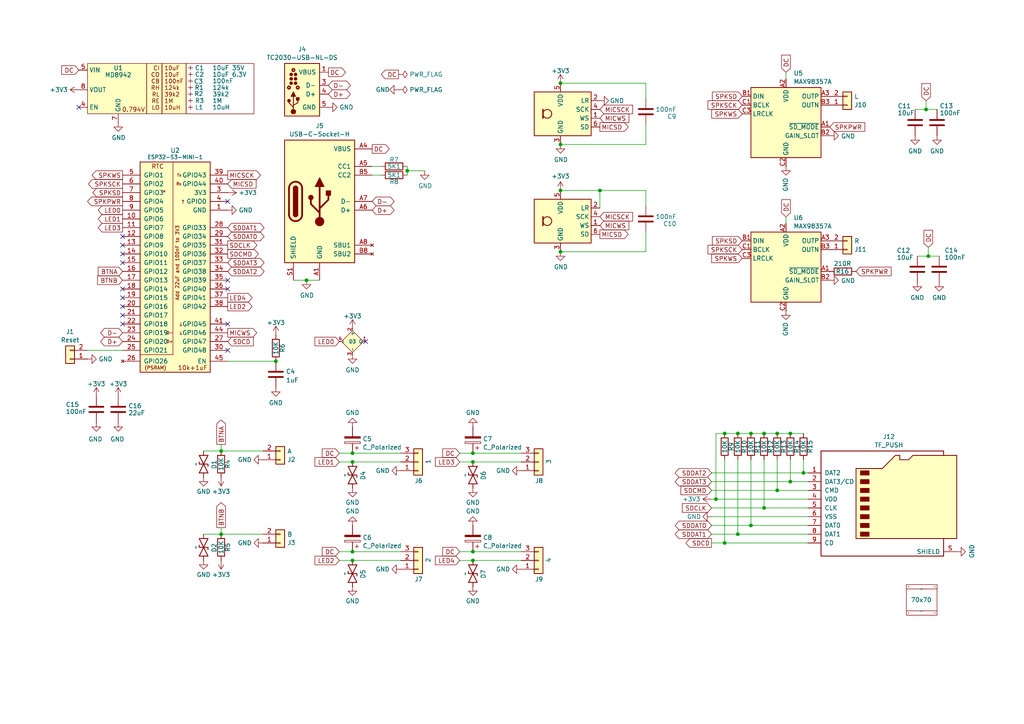
<source format=kicad_sch>
(kicad_sch (version 20241209) (generator "eeschema") (generator_version "9.0")
  (paper "A4")
  (title_block (title "IronMan Chest") (rev "1") (comment 1 "@TheRealRevK") (comment 2 "www.me.uk"))
  (junction (at 233.045 137.16))
  (junction (at 137.16 131.445))
  (junction (at 162.56 24.13))
  (junction (at 268.605 31.75))
  (junction (at 64.135 130.81))
  (junction (at 162.56 41.91))
  (junction (at 162.56 55.245))
  (junction (at 102.235 162.56))
  (junction (at 221.615 125.73))
  (junction (at 207.645 144.78))
  (junction (at 213.995 154.94))
  (junction (at 162.56 73.025))
  (junction (at 221.615 147.32))
  (junction (at 225.425 125.73))
  (junction (at 217.805 152.4))
  (junction (at 102.235 133.985))
  (junction (at 269.24 74.295))
  (junction (at 137.16 133.985))
  (junction (at 217.805 125.73))
  (junction (at 102.235 160.02))
  (junction (at 229.235 125.73))
  (junction (at 225.425 142.24))
  (junction (at 88.9 81.28))
  (junction (at 137.16 160.02))
  (junction (at 173.99 55.245))
  (junction (at 210.185 157.48))
  (junction (at 229.235 139.7))
  (junction (at 210.185 125.73))
  (junction (at 64.135 154.94))
  (junction (at 137.16 162.56))
  (junction (at 118.11 49.53))
  (junction (at 213.995 125.73))
  (junction (at 80.01 104.775))
  (junction (at 102.235 131.445))
  (no_connect (at 66.04 83.82))
  (no_connect (at 35.56 83.82))
  (no_connect (at 66.04 58.42))
  (no_connect (at 35.56 68.58))
  (no_connect (at 35.56 76.2))
  (no_connect (at 35.56 71.12))
  (no_connect (at 35.56 86.36))
  (no_connect (at 66.04 101.6))
  (no_connect (at 22.86 31.115))
  (no_connect (at 66.04 81.28))
  (no_connect (at 35.56 73.66))
  (no_connect (at 35.56 88.9))
  (no_connect (at 66.04 93.98))
  (no_connect (at 35.56 91.44))
  (no_connect (at 106.045 99.06))
  (no_connect (at 35.56 93.98))
  (wire (pts (xy 98.425 162.56) (xy 102.235 162.56)))
  (wire (pts (xy 213.995 125.73) (xy 217.805 125.73)))
  (wire (pts (xy 210.185 133.35) (xy 210.185 157.48)))
  (wire (pts (xy 76.2 154.94) (xy 64.135 154.94)))
  (wire (pts (xy 269.24 71.755) (xy 269.24 74.295)))
  (wire (pts (xy 221.615 133.35) (xy 221.615 147.32)))
  (wire (pts (xy 210.185 157.48) (xy 234.315 157.48)))
  (wire (pts (xy 229.235 139.7) (xy 234.315 139.7)))
  (wire (pts (xy 118.11 49.53) (xy 118.11 50.8)))
  (wire (pts (xy 102.235 131.445) (xy 116.205 131.445)))
  (wire (pts (xy 233.045 133.35) (xy 233.045 137.16)))
  (wire (pts (xy 59.055 154.94) (xy 64.135 154.94)))
  (wire (pts (xy 227.965 62.865) (xy 227.965 64.77)))
  (wire (pts (xy 133.35 133.985) (xy 137.16 133.985)))
  (wire (pts (xy 137.16 160.02) (xy 151.13 160.02)))
  (wire (pts (xy 266.065 74.295) (xy 269.24 74.295)))
  (wire (pts (xy 233.045 137.16) (xy 206.375 137.16)))
  (wire (pts (xy 187.325 24.13) (xy 187.325 28.575)))
  (wire (pts (xy 102.235 160.02) (xy 116.205 160.02)))
  (wire (pts (xy 206.375 152.4) (xy 217.805 152.4)))
  (wire (pts (xy 98.425 160.02) (xy 102.235 160.02)))
  (wire (pts (xy 173.99 55.245) (xy 187.325 55.245)))
  (wire (pts (xy 269.24 74.295) (xy 272.415 74.295)))
  (wire (pts (xy 162.56 41.91) (xy 187.325 41.91)))
  (wire (pts (xy 98.425 131.445) (xy 102.235 131.445)))
  (wire (pts (xy 133.35 131.445) (xy 137.16 131.445)))
  (wire (pts (xy 217.805 133.35) (xy 217.805 152.4)))
  (wire (pts (xy 268.605 31.75) (xy 271.78 31.75)))
  (wire (pts (xy 227.965 20.955) (xy 227.965 22.86)))
  (wire (pts (xy 213.995 125.73) (xy 210.185 125.73)))
  (wire (pts (xy 206.375 149.86) (xy 234.315 149.86)))
  (wire (pts (xy 137.16 133.985) (xy 151.13 133.985)))
  (wire (pts (xy 162.56 55.245) (xy 173.99 55.245)))
  (wire (pts (xy 207.645 125.73) (xy 207.645 144.78)))
  (wire (pts (xy 225.425 125.73) (xy 229.235 125.73)))
  (wire (pts (xy 85.09 81.28) (xy 88.9 81.28)))
  (wire (pts (xy 137.16 162.56) (xy 151.13 162.56)))
  (wire (pts (xy 133.35 160.02) (xy 137.16 160.02)))
  (wire (pts (xy 206.375 139.7) (xy 229.235 139.7)))
  (wire (pts (xy 229.235 133.35) (xy 229.235 139.7)))
  (wire (pts (xy 265.43 31.75) (xy 268.605 31.75)))
  (wire (pts (xy 123.19 49.53) (xy 118.11 49.53)))
  (wire (pts (xy 225.425 142.24) (xy 234.315 142.24)))
  (wire (pts (xy 162.56 24.13) (xy 187.325 24.13)))
  (wire (pts (xy 268.605 29.21) (xy 268.605 31.75)))
  (wire (pts (xy 25.4 101.6) (xy 35.56 101.6)))
  (wire (pts (xy 64.135 128.905) (xy 64.135 130.81)))
  (wire (pts (xy 210.185 125.73) (xy 207.645 125.73)))
  (wire (pts (xy 187.325 55.245) (xy 187.325 59.69)))
  (wire (pts (xy 213.995 133.35) (xy 213.995 154.94)))
  (wire (pts (xy 221.615 147.32) (xy 234.315 147.32)))
  (wire (pts (xy 233.045 137.16) (xy 234.315 137.16)))
  (wire (pts (xy 118.11 48.26) (xy 118.11 49.53)))
  (wire (pts (xy 137.16 131.445) (xy 151.13 131.445)))
  (wire (pts (xy 206.375 144.78) (xy 207.645 144.78)))
  (wire (pts (xy 64.135 153.035) (xy 64.135 154.94)))
  (wire (pts (xy 173.99 55.245) (xy 173.99 60.325)))
  (wire (pts (xy 217.805 125.73) (xy 221.615 125.73)))
  (wire (pts (xy 133.35 162.56) (xy 137.16 162.56)))
  (wire (pts (xy 206.375 147.32) (xy 221.615 147.32)))
  (wire (pts (xy 217.805 152.4) (xy 234.315 152.4)))
  (wire (pts (xy 229.235 125.73) (xy 233.045 125.73)))
  (wire (pts (xy 162.56 73.025) (xy 187.325 73.025)))
  (wire (pts (xy 107.95 48.26) (xy 110.49 48.26)))
  (wire (pts (xy 92.71 81.28) (xy 88.9 81.28)))
  (wire (pts (xy 107.95 50.8) (xy 110.49 50.8)))
  (wire (pts (xy 206.375 142.24) (xy 225.425 142.24)))
  (wire (pts (xy 225.425 133.35) (xy 225.425 142.24)))
  (wire (pts (xy 102.235 133.985) (xy 116.205 133.985)))
  (wire (pts (xy 206.375 157.48) (xy 210.185 157.48)))
  (wire (pts (xy 221.615 125.73) (xy 225.425 125.73)))
  (wire (pts (xy 187.325 41.91) (xy 187.325 36.195)))
  (wire (pts (xy 213.995 154.94) (xy 234.315 154.94)))
  (wire (pts (xy 102.235 162.56) (xy 116.205 162.56)))
  (wire (pts (xy 206.375 154.94) (xy 213.995 154.94)))
  (wire (pts (xy 59.055 130.81) (xy 64.135 130.81)))
  (wire (pts (xy 66.04 104.775) (xy 80.01 104.775)))
  (wire (pts (xy 187.325 73.025) (xy 187.325 67.31)))
  (wire (pts (xy 207.645 144.78) (xy 234.315 144.78)))
  (wire (pts (xy 98.425 133.985) (xy 102.235 133.985)))
  (wire (pts (xy 76.2 130.81) (xy 64.135 130.81)))
  (global_label "DC" (shape input) (at 227.965 20.955 90) (property "Intersheetrefs" "${INTERSHEET_REFS}" (effects (hide yes))))
  (global_label "SDCMD" (shape output) (at 66.04 73.66 0) (property "Intersheetrefs" "${INTERSHEET_REFS}" (effects (hide yes))))
  (global_label "LED0" (shape input) (at 98.425 99.06 180) (property "Intersheetrefs" "${INTERSHEET_REFS}" (effects (hide yes))))
  (global_label "MICSCK" (shape input) (at 173.99 62.865 0) (property "Intersheetrefs" "${INTERSHEET_REFS}" (effects (hide yes))))
  (global_label "D+" (shape bidirectional) (at 95.25 27.305 0) (property "Intersheetrefs" "${INTERSHEET_REFS}" (effects (hide yes))))
  (global_label "MICSD" (shape output) (at 173.99 36.83 0) (property "Intersheetrefs" "${INTERSHEET_REFS}" (effects (hide yes))))
  (global_label "DC" (shape input) (at 98.425 131.445 180) (property "Intersheetrefs" "${INTERSHEET_REFS}" (effects (hide yes))))
  (global_label "SDDAT1" (shape bidirectional) (at 66.04 66.04 0) (property "Intersheetrefs" "${INTERSHEET_REFS}" (effects (hide yes))))
  (global_label "LED3" (shape output) (at 35.56 66.04 180) (property "Intersheetrefs" "${INTERSHEET_REFS}" (effects (hide yes))))
  (global_label "SDDAT3" (shape bidirectional) (at 66.04 76.2 0) (property "Intersheetrefs" "${INTERSHEET_REFS}" (effects (hide yes))))
  (global_label "SPKSD" (shape input) (at 215.265 27.94 180) (property "Intersheetrefs" "${INTERSHEET_REFS}" (effects (hide yes))))
  (global_label "SDDAT0" (shape bidirectional) (at 66.04 68.58 0) (property "Intersheetrefs" "${INTERSHEET_REFS}" (effects (hide yes))))
  (global_label "D+" (shape bidirectional) (at 35.56 99.06 180) (property "Intersheetrefs" "${INTERSHEET_REFS}" (effects (hide yes))))
  (global_label "MICWS" (shape input) (at 173.99 34.29 0) (property "Intersheetrefs" "${INTERSHEET_REFS}" (effects (hide yes))))
  (global_label "LED2" (shape output) (at 66.04 88.9 0) (property "Intersheetrefs" "${INTERSHEET_REFS}" (effects (hide yes))))
  (global_label "LED4" (shape input) (at 133.35 162.56 180) (property "Intersheetrefs" "${INTERSHEET_REFS}" (effects (hide yes))))
  (global_label "MICSCK" (shape output) (at 66.04 50.8 0) (property "Intersheetrefs" "${INTERSHEET_REFS}" (effects (hide yes))))
  (global_label "BTNA" (shape input) (at 35.56 78.74 180) (property "Intersheetrefs" "${INTERSHEET_REFS}" (effects (hide yes))))
  (global_label "DC" (shape input) (at 227.965 62.865 90) (property "Intersheetrefs" "${INTERSHEET_REFS}" (effects (hide yes))))
  (global_label "DC" (shape output) (at 95.25 20.955 0) (property "Intersheetrefs" "${INTERSHEET_REFS}" (effects (hide yes))))
  (global_label "SDCMD" (shape input) (at 206.375 142.24 180) (property "Intersheetrefs" "${INTERSHEET_REFS}" (effects (hide yes))))
  (global_label "SPKWS" (shape input) (at 215.265 74.93 180) (property "Intersheetrefs" "${INTERSHEET_REFS}" (effects (hide yes))))
  (global_label "SPKPWR" (shape input) (at 248.285 78.74 0) (property "Intersheetrefs" "${INTERSHEET_REFS}" (effects (hide yes))))
  (global_label "SPKWS" (shape input) (at 215.265 33.02 180) (property "Intersheetrefs" "${INTERSHEET_REFS}" (effects (hide yes))))
  (global_label "SPKSD" (shape output) (at 35.56 55.88 180) (property "Intersheetrefs" "${INTERSHEET_REFS}" (effects (hide yes))))
  (global_label "DC" (shape output) (at 107.95 43.18 0) (property "Intersheetrefs" "${INTERSHEET_REFS}" (effects (hide yes))))
  (global_label "SPKSCK" (shape output) (at 35.56 53.34 180) (property "Intersheetrefs" "${INTERSHEET_REFS}" (effects (hide yes))))
  (global_label "SDDAT1" (shape bidirectional) (at 206.375 154.94 180) (property "Intersheetrefs" "${INTERSHEET_REFS}" (effects (hide yes))))
  (global_label "LED0" (shape output) (at 35.56 60.96 180) (property "Intersheetrefs" "${INTERSHEET_REFS}" (effects (hide yes))))
  (global_label "SDDAT0" (shape bidirectional) (at 206.375 152.4 180) (property "Intersheetrefs" "${INTERSHEET_REFS}" (effects (hide yes))))
  (global_label "BTNB" (shape input) (at 35.56 81.28 180) (property "Intersheetrefs" "${INTERSHEET_REFS}" (effects (hide yes))))
  (global_label "DC" (shape input) (at 133.35 160.02 180) (property "Intersheetrefs" "${INTERSHEET_REFS}" (effects (hide yes))))
  (global_label "D-" (shape bidirectional) (at 95.25 24.765 0) (property "Intersheetrefs" "${INTERSHEET_REFS}" (effects (hide yes))))
  (global_label "DC" (shape input) (at 22.86 20.32 180) (property "Intersheetrefs" "${INTERSHEET_REFS}" (effects (hide yes))))
  (global_label "LED1" (shape input) (at 98.425 133.985 180) (property "Intersheetrefs" "${INTERSHEET_REFS}" (effects (hide yes))))
  (global_label "DC" (shape input) (at 269.24 71.755 90) (property "Intersheetrefs" "${INTERSHEET_REFS}" (effects (hide yes))))
  (global_label "SDCD" (shape output) (at 206.375 157.48 180) (property "Intersheetrefs" "${INTERSHEET_REFS}" (effects (hide yes))))
  (global_label "D-" (shape bidirectional) (at 107.95 58.42 0) (property "Intersheetrefs" "${INTERSHEET_REFS}" (effects (hide yes))))
  (global_label "DC" (shape output) (at 115.57 21.59 180) (property "Intersheetrefs" "${INTERSHEET_REFS}" (effects (hide yes))))
  (global_label "LED2" (shape input) (at 98.425 162.56 180) (property "Intersheetrefs" "${INTERSHEET_REFS}" (effects (hide yes))))
  (global_label "DC" (shape input) (at 133.35 131.445 180) (property "Intersheetrefs" "${INTERSHEET_REFS}" (effects (hide yes))))
  (global_label "D+" (shape bidirectional) (at 107.95 60.96 0) (property "Intersheetrefs" "${INTERSHEET_REFS}" (effects (hide yes))))
  (global_label "DC" (shape input) (at 268.605 29.21 90) (property "Intersheetrefs" "${INTERSHEET_REFS}" (effects (hide yes))))
  (global_label "SPKPWR" (shape output) (at 35.56 58.42 180) (property "Intersheetrefs" "${INTERSHEET_REFS}" (effects (hide yes))))
  (global_label "MICSD" (shape input) (at 66.04 53.34 0) (property "Intersheetrefs" "${INTERSHEET_REFS}" (effects (hide yes))))
  (global_label "MICWS" (shape output) (at 66.04 96.52 0) (property "Intersheetrefs" "${INTERSHEET_REFS}" (effects (hide yes))))
  (global_label "SDDAT2" (shape bidirectional) (at 66.04 78.74 0) (property "Intersheetrefs" "${INTERSHEET_REFS}" (effects (hide yes))))
  (global_label "BTNA" (shape output) (at 64.135 128.905 90) (property "Intersheetrefs" "${INTERSHEET_REFS}" (effects (hide yes))))
  (global_label "SDDAT2" (shape bidirectional) (at 206.375 137.16 180) (property "Intersheetrefs" "${INTERSHEET_REFS}" (effects (hide yes))))
  (global_label "LED1" (shape output) (at 35.56 63.5 180) (property "Intersheetrefs" "${INTERSHEET_REFS}" (effects (hide yes))))
  (global_label "LED4" (shape output) (at 66.04 86.36 0) (property "Intersheetrefs" "${INTERSHEET_REFS}" (effects (hide yes))))
  (global_label "D-" (shape bidirectional) (at 35.56 96.52 180) (property "Intersheetrefs" "${INTERSHEET_REFS}" (effects (hide yes))))
  (global_label "LED3" (shape input) (at 133.35 133.985 180) (property "Intersheetrefs" "${INTERSHEET_REFS}" (effects (hide yes))))
  (global_label "SPKSCK" (shape input) (at 215.265 72.39 180) (property "Intersheetrefs" "${INTERSHEET_REFS}" (effects (hide yes))))
  (global_label "SDCLK" (shape output) (at 66.04 71.12 0) (property "Intersheetrefs" "${INTERSHEET_REFS}" (effects (hide yes))))
  (global_label "MICSD" (shape output) (at 173.99 67.945 0) (property "Intersheetrefs" "${INTERSHEET_REFS}" (effects (hide yes))))
  (global_label "DC" (shape input) (at 98.425 160.02 180) (property "Intersheetrefs" "${INTERSHEET_REFS}" (effects (hide yes))))
  (global_label "BTNB" (shape output) (at 64.135 153.035 90) (property "Intersheetrefs" "${INTERSHEET_REFS}" (effects (hide yes))))
  (global_label "SPKSD" (shape input) (at 215.265 69.85 180) (property "Intersheetrefs" "${INTERSHEET_REFS}" (effects (hide yes))))
  (global_label "SDCD" (shape input) (at 66.04 99.06 0) (property "Intersheetrefs" "${INTERSHEET_REFS}" (effects (hide yes))))
  (global_label "MICSCK" (shape input) (at 173.99 31.75 0) (property "Intersheetrefs" "${INTERSHEET_REFS}" (effects (hide yes))))
  (global_label "MICWS" (shape input) (at 173.99 65.405 0) (property "Intersheetrefs" "${INTERSHEET_REFS}" (effects (hide yes))))
  (global_label "SPKWS" (shape output) (at 35.56 50.8 180) (property "Intersheetrefs" "${INTERSHEET_REFS}" (effects (hide yes))))
  (global_label "SDDAT3" (shape bidirectional) (at 206.375 139.7 180) (property "Intersheetrefs" "${INTERSHEET_REFS}" (effects (hide yes))))
  (global_label "SDCLK" (shape input) (at 206.375 147.32 180) (property "Intersheetrefs" "${INTERSHEET_REFS}" (effects (hide yes))))
  (global_label "SPKPWR" (shape input) (at 240.665 36.83 0) (property "Intersheetrefs" "${INTERSHEET_REFS}" (effects (hide yes))))
  (global_label "SPKSCK" (shape input) (at 215.265 30.48 180) (property "Intersheetrefs" "${INTERSHEET_REFS}" (effects (hide yes))))
  (symbol (lib_id "Device:R") (at 114.3 48.26 90) (unit 1)
    (property "Reference" "R7" (at 114.3 46.355 90))
    (property "Value" "5K1" (at 114.3 48.26 90))
    (property "Footprint" "RevK:R_0402" (effects (hide yes)))
    (property "Description" "Resistor" (effects (hide yes)))
  )
  (symbol (lib_id "power:GND") (at 123.19 49.53 0) (unit 1)
    (property "Reference" "#PWR019" (effects (hide yes)))
    (property "Value" "GND" (at 123.317 53.9242 0))
    (property "Description" "Power symbol creates a global label with name \"GND\" , ground" (effects (hide yes)))
  )
  (symbol (lib_id "power:GND") (at 88.9 81.28 0) (unit 1)
    (property "Reference" "#PWR014" (effects (hide yes)))
    (property "Value" "GND" (at 89.027 85.6742 0))
    (property "Description" "Power symbol creates a global label with name \"GND\" , ground" (effects (hide yes)))
  )
  (symbol (lib_id "Device:R") (at 114.3 50.8 270) (unit 1)
    (property "Reference" "R8" (at 114.3 52.705 90))
    (property "Value" "5K1" (at 114.3 50.8 90))
    (property "Footprint" "RevK:R_0402" (effects (hide yes)))
    (property "Description" "Resistor" (effects (hide yes)))
  )
  (symbol (lib_id "power:PWR_FLAG") (at 115.57 21.59 270) (unit 1)
    (property "Reference" "#FLG01" (effects (hide yes)))
    (property "Value" "PWR_FLAG" (at 118.745 21.59 90) (effects (justify left)))
    (property "Description" "Special symbol for telling ERC where power comes from" (effects (hide yes)))
  )
  (symbol (lib_id "power:PWR_FLAG") (at 115.57 26.035 270) (unit 1)
    (property "Reference" "#FLG02" (effects (hide yes)))
    (property "Value" "PWR_FLAG" (at 118.745 26.035 90) (effects (justify left)))
    (property "Description" "Special symbol for telling ERC where power comes from" (effects (hide yes)))
  )
  (symbol (lib_id "RevK:Hidden") (at 55.245 19.685 0) (unit 1)
    (property "Reference" "C1" (at 56.515 19.685 0) (effects (justify left)))
    (property "Value" "10uF 35V" (at 61.595 19.685 0) (effects (justify left)))
    (property "Footprint" "RevK:C_0603_" (effects (hide yes)))
    (property "MPN" "C194427" (effects (hide yes)))
  )
  (symbol (lib_id "power:+3.3V") (at 64.135 138.43 180) (unit 1)
    (property "Reference" "#PWR06" (effects (hide yes)))
    (property "Value" "+3V3" (at 64.135 142.5631 0))
    (property "Description" "Power symbol creates a global label with name \"+3.3V\"" (effects (hide yes)))
  )
  (symbol (lib_id "RevK:Hidden") (at 55.245 23.495 90) (unit 1)
    (property "Reference" "C3" (at 58.928 23.622 90) (effects (justify left)))
    (property "Value" "100nF" (at 61.595 23.495 90) (effects (justify right)))
    (property "Footprint" "RevK:C_0603_" (effects (hide yes)))
  )
  (symbol (lib_id "power:GND") (at 151.13 136.525 270) (unit 1)
    (property "Reference" "#PWR035" (effects (hide yes)))
    (property "Value" "GND" (at 147.9551 136.525 90) (effects (justify right)))
    (property "Description" "Power symbol creates a global label with name \"GND\" , ground" (effects (hide yes)))
  )
  (symbol (lib_id "RevK:Hidden") (at 55.245 29.21 0) (unit 1)
    (property "Reference" "R3" (at 56.515 29.21 0) (effects (justify left)))
    (property "Value" "1M" (at 61.595 29.21 0) (effects (justify left)))
    (property "Footprint" "RevK:R_0402_" (effects (hide yes)))
  )
  (symbol (lib_id "power:GND") (at 102.235 141.605 0) (unit 1)
    (property "Reference" "#PWR021" (effects (hide yes)))
    (property "Value" "GND" (at 102.235 145.7381 0))
    (property "Description" "Power symbol creates a global label with name \"GND\" , ground" (effects (hide yes)))
  )
  (symbol (lib_id "power:GND") (at 80.01 112.395 0) (unit 1)
    (property "Reference" "#PWR013" (effects (hide yes)))
    (property "Value" "GND" (at 80.01 116.8384 0))
    (property "Description" "Power symbol creates a global label with name \"GND\" , ground" (effects (hide yes)))
  )
  (symbol (lib_id "Device:C_Polarized") (at 137.16 156.21 180) (unit 1)
    (property "Reference" "C8" (at 140.081 155.8869 0) (effects (justify right)))
    (property "Value" "C_Polarized" (at 140.081 158.3111 0) (effects (justify right)))
    (property "Footprint" "RevK:CP_EIA-7343-31_Kemet-D" (effects (hide yes)))
    (property "Description" "Polarized capacitor" (effects (hide yes)))
    (property "MPN" "C106188" (effects (hide yes)))
  )
  (symbol (lib_id "RevK:ES05D1MC10") (at 102.235 137.795 90) (unit 1)
    (property "Reference" "D4" (at 105.283 137.922 0))
    (property "Value" "~" (at 99.9879 137.795 0))
    (property "Footprint" "RevK:DFN1006-2L" (effects (hide yes)))
    (property "MPN" "C5137770" (effects (hide yes)))
    (property "MPN" "C5137770" (effects (hide yes)))
  )
  (symbol (lib_id "RevK:Hidden") (at 55.245 25.4 0) (unit 1)
    (property "Reference" "R1" (at 57.785 25.4 0))
    (property "Value" "124k" (at 61.595 25.4 0) (effects (justify left)))
    (property "Footprint" "RevK:R_0402_" (effects (hide yes)))
  )
  (symbol (lib_id "power:GND") (at 102.235 102.87 0) (unit 1)
    (property "Reference" "#PWR017" (effects (hide yes)))
    (property "Value" "GND" (at 102.235 107.3134 0))
    (property "Description" "Power symbol creates a global label with name \"GND\" , ground" (effects (hide yes)))
  )
  (symbol (lib_id "power:+3.3V") (at 162.56 55.245 0) (unit 1)
    (property "Reference" "#PWR028" (effects (hide yes)))
    (property "Value" "+3V3" (at 162.56 51.1119 0))
    (property "Description" "Power symbol creates a global label with name \"+3.3V\"" (effects (hide yes)))
  )
  (symbol (lib_id "Device:R") (at 210.185 129.54 0) (unit 1)
    (property "Reference" "R9" (at 212.09 129.54 90))
    (property "Value" "10K" (at 210.185 129.54 90))
    (property "Footprint" "RevK:R_0402" (effects (hide yes)))
    (property "Description" "Resistor" (effects (hide yes)))
  )
  (symbol (lib_id "Device:R") (at 213.995 129.54 0) (unit 1)
    (property "Reference" "R10" (at 215.9 129.54 90))
    (property "Value" "10K" (at 213.995 129.54 90))
    (property "Footprint" "RevK:R_0402" (effects (hide yes)))
    (property "Description" "Resistor" (effects (hide yes)))
  )
  (symbol (lib_id "power:GND") (at 137.16 141.605 0) (unit 1)
    (property "Reference" "#PWR031" (effects (hide yes)))
    (property "Value" "GND" (at 137.16 145.7381 0))
    (property "Description" "Power symbol creates a global label with name \"GND\" , ground" (effects (hide yes)))
  )
  (symbol (lib_id "Device:C") (at 187.325 63.5 180) (unit 1)
    (property "Reference" "C10" (at 196.215 64.913 0) (effects (justify left)))
    (property "Value" "100nF" (at 196.215 62.865 0) (effects (justify left)))
    (property "Footprint" "RevK:C_0402" (effects (hide yes)))
    (property "Description" "Unpolarized capacitor" (effects (hide yes)))
  )
  (symbol (lib_id "RevK:ESP32-S3-MINI-1-N4R2") (at 50.8 77.47 0) (unit 1)
    (property "Reference" "U2" (at 50.8 43.6332 0))
    (property "Value" "ESP32-S3-MINI-1" (at 50.8 45.5696 0) (effects (font (size 1.1 1.1))))
    (property "Footprint" "RevK:ESP32-S3-MINI-1" (effects (hide yes)))
    (property "Datasheet" "https://www.espressif.com/sites/default/files/documentation/esp32-s3-mini-1_mini-1u_datasheet_en.pdf" (effects (hide yes)))
    (property "Description" "ESP32S3" (effects (hide yes)))
    (property "MPN" "C3013941" (effects (hide yes)))
  )
  (symbol (lib_id "Device:C") (at 272.415 78.105 0) (unit 1)
    (property "Reference" "C14" (at 273.939 72.628 0) (effects (justify left)))
    (property "Value" "100nF" (at 273.939 74.676 0) (effects (justify left)))
    (property "Footprint" "RevK:C_0402" (effects (hide yes)))
    (property "Description" "Unpolarized capacitor" (effects (hide yes)))
  )
  (symbol (lib_id "power:GND") (at 277.495 160.02 90) (unit 1)
    (property "Reference" "#PWR053" (effects (hide yes)))
    (property "Value" "GND" (at 281.8892 159.893 0))
    (property "Description" "Power symbol creates a global label with name \"GND\" , ground" (effects (hide yes)))
  )
  (symbol (lib_id "power:GND") (at 227.965 90.17 0) (mirror y) (unit 1)
    (property "Reference" "#PWR042" (effects (hide yes)))
    (property "Value" "GND" (at 227.838 93.4212 90) (effects (justify right)))
    (property "Description" "Power symbol creates a global label with name \"GND\" , ground" (effects (hide yes)))
  )
  (symbol (lib_id "power:+3.3V") (at 66.04 55.88 270) (unit 1)
    (property "Reference" "#PWR08" (effects (hide yes)))
    (property "Value" "+3V3" (at 69.215 55.88 90) (effects (justify left)))
    (property "Description" "Power symbol creates a global label with name \"+3.3V\"" (effects (hide yes)))
  )
  (symbol (lib_id "power:GND") (at 34.29 35.56 0) (unit 1)
    (property "Reference" "#PWR03" (effects (hide yes)))
    (property "Value" "GND" (at 34.417 39.9542 0))
    (property "Description" "Power symbol creates a global label with name \"GND\" , ground" (effects (hide yes)))
  )
  (symbol (lib_id "power:+3.3V") (at 80.01 97.155 0) (unit 1)
    (property "Reference" "#PWR012" (effects (hide yes)))
    (property "Value" "+3V3" (at 80.01 93.5792 0))
    (property "Description" "Power symbol creates a global label with name \"+3.3V\"" (effects (hide yes)))
  )
  (symbol (lib_id "power:GND") (at 151.13 165.1 270) (unit 1)
    (property "Reference" "#PWR036" (effects (hide yes)))
    (property "Value" "GND" (at 147.9551 165.1 90) (effects (justify right)))
    (property "Description" "Power symbol creates a global label with name \"GND\" , ground" (effects (hide yes)))
  )
  (symbol (lib_id "Device:R") (at 233.045 129.54 0) (unit 1)
    (property "Reference" "R15" (at 234.95 129.54 90))
    (property "Value" "10K" (at 233.045 129.54 90))
    (property "Footprint" "RevK:R_0402" (effects (hide yes)))
    (property "Description" "Resistor" (effects (hide yes)))
  )
  (symbol (lib_id "power:GND") (at 76.2 157.48 270) (unit 1)
    (property "Reference" "#PWR011" (effects (hide yes)))
    (property "Value" "GND" (at 73.0251 157.48 90) (effects (justify right)))
    (property "Description" "Power symbol creates a global label with name \"GND\" , ground" (effects (hide yes)))
  )
  (symbol (lib_id "power:GND") (at 137.16 170.18 0) (unit 1)
    (property "Reference" "#PWR033" (effects (hide yes)))
    (property "Value" "GND" (at 137.16 174.3131 0))
    (property "Description" "Power symbol creates a global label with name \"GND\" , ground" (effects (hide yes)))
  )
  (symbol (lib_id "Device:C") (at 265.43 35.56 0) (unit 1)
    (property "Reference" "C11" (at 260.35 30.734 0) (effects (justify left)))
    (property "Value" "10uF" (at 260.35 32.766 0) (effects (justify left)))
    (property "Footprint" "RevK:C_0402" (effects (hide yes)))
    (property "Description" "Unpolarized capacitor" (effects (hide yes)))
    (property "MPN" "C15525" (effects (hide yes)))
  )
  (symbol (lib_id "Connector_Generic:Conn_01x02") (at 20.32 104.14 180) (unit 1) (in_bom no)
    (property "Reference" "J1" (at 20.32 96.1855 0))
    (property "Value" "Reset" (at 20.32 98.6098 0))
    (property "Footprint" "RevK:AA-Pad" (effects (hide yes)))
    (property "Description" "Generic connector, single row, 01x02, script generated (kicad-library-utils/schlib/autogen/connector/)" (effects (hide yes)))
  )
  (symbol (lib_id "power:GND") (at 240.665 81.28 90) (mirror x) (unit 1)
    (property "Reference" "#PWR044" (effects (hide yes)))
    (property "Value" "GND" (at 243.9162 81.407 90) (effects (justify right)))
    (property "Description" "Power symbol creates a global label with name \"GND\" , ground" (effects (hide yes)))
  )
  (symbol (lib_id "Device:R") (at 64.135 158.75 0) (unit 1)
    (property "Reference" "R5" (at 66.04 158.75 90))
    (property "Value" "10K" (at 64.135 158.75 90))
    (property "Footprint" "RevK:R_0402" (effects (hide yes)))
    (property "Description" "Resistor" (effects (hide yes)))
  )
  (symbol (lib_id "power:GND") (at 137.16 123.825 180) (unit 1)
    (property "Reference" "#PWR030" (effects (hide yes)))
    (property "Value" "GND" (at 137.16 119.6919 0))
    (property "Description" "Power symbol creates a global label with name \"GND\" , ground" (effects (hide yes)))
  )
  (symbol (lib_id "Connector_Generic:Conn_01x02") (at 81.28 133.35 0) (mirror x) (unit 1)
    (property "Reference" "J2" (at 83.312 133.2922 0) (effects (justify left)))
    (property "Value" "A" (at 83.312 130.8679 0) (effects (justify left)))
    (property "Footprint" "RevK:WAGO-2060-452-998-404" (effects (hide yes)))
    (property "Description" "Generic connector, single row, 01x02, script generated (kicad-library-utils/schlib/autogen/connector/)" (effects (hide yes)))
    (property "MPN" "C2765055" (effects (hide yes)))
  )
  (symbol (lib_id "power:+3.3V") (at 34.29 114.935 0) (unit 1)
    (property "Reference" "#PWR054" (effects (hide yes)))
    (property "Value" "+3V3" (at 34.29 111.3592 0))
    (property "Description" "Power symbol creates a global label with name \"+3.3V\"" (effects (hide yes)))
  )
  (symbol (lib_id "power:GND") (at 59.055 162.56 0) (unit 1)
    (property "Reference" "#PWR05" (effects (hide yes)))
    (property "Value" "GND" (at 59.055 166.6931 0))
    (property "Description" "Power symbol creates a global label with name \"GND\" , ground" (effects (hide yes)))
  )
  (symbol (lib_id "RevK:ICS43434_MEMS_Mic") (at 162.56 64.135 0) (unit 1)
    (property "Reference" "U4" (effects (hide yes)))
    (property "Value" "R" (effects (hide yes)))
    (property "Footprint" "RevK:ICS43434_MEMS_Mic" (effects (hide yes)))
    (property "Datasheet" "https://www.lcsc.com/datasheet/lcsc_datasheet_2312010321_TDK-InvenSense-ICS-43434_C5656610.pdf" (effects (hide yes)))
    (property "Description" "I2S Microphone" (effects (hide yes)))
    (property "MPN" "C5656610" (effects (hide yes)))
  )
  (symbol (lib_id "power:GND") (at 227.965 48.26 0) (mirror y) (unit 1)
    (property "Reference" "#PWR040" (effects (hide yes)))
    (property "Value" "GND" (at 227.838 51.5112 90) (effects (justify right)))
    (property "Description" "Power symbol creates a global label with name \"GND\" , ground" (effects (hide yes)))
  )
  (symbol (lib_id "RevK:ICS43434_MEMS_Mic") (at 162.56 33.02 0) (unit 1)
    (property "Reference" "U3" (effects (hide yes)))
    (property "Value" "L" (effects (hide yes)))
    (property "Footprint" "RevK:ICS43434_MEMS_Mic" (effects (hide yes)))
    (property "Datasheet" "https://www.lcsc.com/datasheet/lcsc_datasheet_2312010321_TDK-InvenSense-ICS-43434_C5656610.pdf" (effects (hide yes)))
    (property "Description" "I2S Microphone" (effects (hide yes)))
    (property "MPN" "C5656610" (effects (hide yes)))
  )
  (symbol (lib_id "RevK:ES05D1MC10") (at 137.16 166.37 90) (unit 1)
    (property "Reference" "D7" (at 140.208 166.497 0))
    (property "Value" "~" (at 134.9129 166.37 0))
    (property "Footprint" "RevK:DFN1006-2L" (effects (hide yes)))
    (property "MPN" "C5137770" (effects (hide yes)))
    (property "MPN" "C5137770" (effects (hide yes)))
  )
  (symbol (lib_id "RevK:TC2030-USB-NL") (at 87.63 26.035 0) (unit 1) (in_bom no)
    (property "Reference" "J4" (at 87.63 14.2705 0))
    (property "Value" "TC2030-USB-NL-DS" (at 87.63 16.6948 0))
    (property "Footprint" "RevK:Tag-Connect_TC2030-IDC-NL_2x03_P1.27mm_Vertical" (effects (hide yes)))
    (property "Description" "TC2030-USB-NL" (effects (hide yes)))
  )
  (symbol (lib_id "RevK:ES05D1MC10") (at 59.055 158.75 90) (unit 1)
    (property "Reference" "D2" (at 62.103 158.877 0))
    (property "Value" "~" (at 56.8079 158.75 0))
    (property "Footprint" "RevK:DFN1006-2L" (effects (hide yes)))
    (property "MPN" "C5137770" (effects (hide yes)))
    (property "MPN" "C5137770" (effects (hide yes)))
  )
  (symbol (lib_id "power:+3.3V") (at 102.235 95.25 0) (unit 1)
    (property "Reference" "#PWR016" (effects (hide yes)))
    (property "Value" "+3V3" (at 102.235 91.6742 0))
    (property "Description" "Power symbol creates a global label with name \"+3.3V\"" (effects (hide yes)))
  )
  (symbol (lib_id "power:GND") (at 76.2 133.35 270) (unit 1)
    (property "Reference" "#PWR010" (effects (hide yes)))
    (property "Value" "GND" (at 73.0251 133.35 90) (effects (justify right)))
    (property "Description" "Power symbol creates a global label with name \"GND\" , ground" (effects (hide yes)))
  )
  (symbol (lib_id "RevK:ES05D1MC10") (at 102.235 166.37 90) (unit 1)
    (property "Reference" "D5" (at 105.283 166.497 0))
    (property "Value" "~" (at 99.9879 166.37 0))
    (property "Footprint" "RevK:DFN1006-2L" (effects (hide yes)))
    (property "MPN" "C5137770" (effects (hide yes)))
    (property "MPN" "C5137770" (effects (hide yes)))
  )
  (symbol (lib_id "power:GND") (at 102.235 123.825 180) (unit 1)
    (property "Reference" "#PWR020" (effects (hide yes)))
    (property "Value" "GND" (at 102.235 119.6919 0))
    (property "Description" "Power symbol creates a global label with name \"GND\" , ground" (effects (hide yes)))
  )
  (symbol (lib_id "Device:C") (at 271.78 35.56 0) (unit 1)
    (property "Reference" "C13" (at 272.542 30.718 0) (effects (justify left)))
    (property "Value" "100nF" (at 272.542 32.766 0) (effects (justify left)))
    (property "Footprint" "RevK:C_0402" (effects (hide yes)))
    (property "Description" "Unpolarized capacitor" (effects (hide yes)))
  )
  (symbol (lib_id "power:+3.3V") (at 27.94 114.935 0) (unit 1)
    (property "Reference" "#PWR056" (effects (hide yes)))
    (property "Value" "+3V3" (at 27.94 111.3592 0))
    (property "Description" "Power symbol creates a global label with name \"+3.3V\"" (effects (hide yes)))
  )
  (symbol (lib_id "power:GND") (at 66.04 60.96 90) (unit 1)
    (property "Reference" "#PWR09" (effects (hide yes)))
    (property "Value" "GND" (at 69.215 60.96 90) (effects (justify right)))
    (property "Description" "Power symbol creates a global label with name \"GND\" , ground" (effects (hide yes)))
  )
  (symbol (lib_id "power:GND") (at 27.94 122.555 0) (unit 1)
    (property "Reference" "#PWR055" (effects (hide yes)))
    (property "Value" "GND" (at 27.686 127.3794 0))
    (property "Description" "Power symbol creates a global label with name \"GND\" , ground" (effects (hide yes)))
  )
  (symbol (lib_id "power:GND") (at 34.29 122.555 0) (unit 1)
    (property "Reference" "#PWR057" (effects (hide yes)))
    (property "Value" "GND" (at 34.036 127.3794 0))
    (property "Description" "Power symbol creates a global label with name \"GND\" , ground" (effects (hide yes)))
  )
  (symbol (lib_id "RevK:TF_PUSH") (at 257.175 144.78 0) (unit 1)
    (property "Reference" "J12" (at 257.81 126.6657 0))
    (property "Value" "TF_PUSH" (at 257.81 129.0899 0))
    (property "Footprint" "RevK:TF_PUSH" (effects (hide yes)))
    (property "Datasheet" "https://datasheet.lcsc.com/lcsc/1912111437_SHOU-HAN-TF-PUSH_C393941.pdf" (effects (hide yes)))
    (property "Description" "Micro SD Card Socket" (effects (hide yes)))
    (property "MPN" "C393941" (effects (hide yes)))
  )
  (symbol (lib_id "power:GND") (at 240.665 39.37 90) (mirror x) (unit 1)
    (property "Reference" "#PWR043" (effects (hide yes)))
    (property "Value" "GND" (at 243.9162 39.497 90) (effects (justify right)))
    (property "Description" "Power symbol creates a global label with name \"GND\" , ground" (effects (hide yes)))
  )
  (symbol (lib_id "Device:R") (at 229.235 129.54 0) (unit 1)
    (property "Reference" "R14" (at 231.14 129.54 90))
    (property "Value" "10K" (at 229.235 129.54 90))
    (property "Footprint" "RevK:R_0402" (effects (hide yes)))
    (property "Description" "Resistor" (effects (hide yes)))
  )
  (symbol (lib_id "Device:R") (at 64.135 134.62 0) (unit 1)
    (property "Reference" "R4" (at 66.04 134.62 90))
    (property "Value" "10K" (at 64.135 134.62 90))
    (property "Footprint" "RevK:R_0402" (effects (hide yes)))
    (property "Description" "Resistor" (effects (hide yes)))
  )
  (symbol (lib_id "power:GND") (at 116.205 136.525 270) (unit 1)
    (property "Reference" "#PWR024" (effects (hide yes)))
    (property "Value" "GND" (at 113.0301 136.525 90) (effects (justify right)))
    (property "Description" "Power symbol creates a global label with name \"GND\" , ground" (effects (hide yes)))
  )
  (symbol (lib_id "RevK:USB-C-Socket-H") (at 92.71 58.42 0) (unit 1)
    (property "Reference" "J5" (at 92.71 36.4957 0))
    (property "Value" "USB-C-Socket-H" (at 92.71 38.9199 0))
    (property "Footprint" "RevK:USB-C-Socket-H" (effects (hide yes)))
    (property "Description" "USB 2.0-only Type-C Receptacle connector" (effects (hide yes)))
    (property "MPN" "C709357" (effects (hide yes)))
  )
  (symbol (lib_id "power:GND") (at 137.16 152.4 180) (unit 1)
    (property "Reference" "#PWR032" (effects (hide yes)))
    (property "Value" "GND" (at 137.16 148.2669 0))
    (property "Description" "Power symbol creates a global label with name \"GND\" , ground" (effects (hide yes)))
  )
  (symbol (lib_name "MAX98357A_1") (lib_id "RevK:MAX98357A") (at 227.965 35.56 0) (unit 1)
    (property "Reference" "U5" (at 230.1591 21.2555 0) (effects (justify left)))
    (property "Value" "MAX98357A" (at 230.1591 23.6798 0) (effects (justify left)))
    (property "Footprint" "RevK:WLP-1.437mmx1.347mm-0.21mm-ball" (effects (hide yes)))
    (property "Datasheet" "https://www.analog.com/media/en/technical-documentation/data-sheets/MAX98357A-MAX98357B.pdf" (effects (hide yes)))
    (property "Description" "Mono DAC with amplifier, I2S, PCM, TDM, 32-bit, 96khz, 3.2W, WLP" (effects (hide yes)))
    (property "MPN" "C2682619" (effects (hide yes)))
  )
  (symbol (lib_id "Device:C_Polarized") (at 102.235 156.21 180) (unit 1)
    (property "Reference" "C6" (at 105.156 155.8869 0) (effects (justify right)))
    (property "Value" "C_Polarized" (at 105.156 158.3111 0) (effects (justify right)))
    (property "Footprint" "RevK:CP_EIA-7343-31_Kemet-D" (effects (hide yes)))
    (property "Description" "Polarized capacitor" (effects (hide yes)))
    (property "MPN" "C106188" (effects (hide yes)))
  )
  (symbol (lib_id "Connector_Generic:Conn_01x03") (at 156.21 133.985 0) (mirror x) (unit 1)
    (property "Reference" "J8" (at 156.337 139.446 0))
    (property "Value" "3" (at 159.131 133.858 90))
    (property "Footprint" "RevK:WAGO-2060-453-998-404" (effects (hide yes)))
    (property "Description" "Generic connector, single row, 01x03, script generated (kicad-library-utils/schlib/autogen/connector/)" (effects (hide yes)))
    (property "MPN" "C2765056" (effects (hide yes)))
  )
  (symbol (lib_id "RevK:MAX98357A") (at 227.965 77.47 0) (unit 1)
    (property "Reference" "U6" (at 230.1591 63.1655 0) (effects (justify left)))
    (property "Value" "MAX98357A" (at 230.1591 65.5898 0) (effects (justify left)))
    (property "Footprint" "RevK:WLP-1.437mmx1.347mm-0.21mm-ball" (effects (hide yes)))
    (property "Datasheet" "https://www.analog.com/media/en/technical-documentation/data-sheets/MAX98357A-MAX98357B.pdf" (effects (hide yes)))
    (property "Description" "Mono DAC with amplifier, I2S, PCM, TDM, 32-bit, 96khz, 3.2W, WLP" (effects (hide yes)))
    (property "MPN" "C2682619" (effects (hide yes)))
  )
  (symbol (lib_id "power:GND") (at 95.25 31.115 90) (unit 1)
    (property "Reference" "#PWR015" (effects (hide yes)))
    (property "Value" "GND" (at 98.425 31.115 90) (effects (justify right)))
    (property "Description" "Power symbol creates a global label with name \"GND\" , ground" (effects (hide yes)))
  )
  (symbol (lib_id "Connector_Generic:Conn_01x03") (at 156.21 162.56 0) (mirror x) (unit 1)
    (property "Reference" "J9" (at 156.337 168.021 0))
    (property "Value" "4" (at 159.131 162.433 90))
    (property "Footprint" "RevK:WAGO-2060-453-998-404" (effects (hide yes)))
    (property "Description" "Generic connector, single row, 01x03, script generated (kicad-library-utils/schlib/autogen/connector/)" (effects (hide yes)))
    (property "MPN" "C2765056" (effects (hide yes)))
  )
  (symbol (lib_id "Connector_Generic:Conn_01x03") (at 121.285 133.985 0) (mirror x) (unit 1)
    (property "Reference" "J6" (at 121.412 139.446 0))
    (property "Value" "1" (at 124.206 133.858 90))
    (property "Footprint" "RevK:WAGO-2060-453-998-404" (effects (hide yes)))
    (property "Description" "Generic connector, single row, 01x03, script generated (kicad-library-utils/schlib/autogen/connector/)" (effects (hide yes)))
    (property "MPN" "C2765056" (effects (hide yes)))
  )
  (symbol (lib_id "Device:R") (at 221.615 129.54 0) (unit 1)
    (property "Reference" "R12" (at 223.52 129.54 90))
    (property "Value" "10K" (at 221.615 129.54 90))
    (property "Footprint" "RevK:R_0402" (effects (hide yes)))
    (property "Description" "Resistor" (effects (hide yes)))
  )
  (symbol (lib_id "RevK:ES05D1MC10") (at 137.16 137.795 90) (unit 1)
    (property "Reference" "D6" (at 140.208 137.922 0))
    (property "Value" "~" (at 134.9129 137.795 0))
    (property "Footprint" "RevK:DFN1006-2L" (effects (hide yes)))
    (property "MPN" "C5137770" (effects (hide yes)))
    (property "MPN" "C5137770" (effects (hide yes)))
  )
  (symbol (lib_id "Connector_Generic:Conn_01x02") (at 245.745 30.48 0) (mirror x) (unit 1)
    (property "Reference" "J10" (at 247.777 30.4222 0) (effects (justify left)))
    (property "Value" "L" (at 247.777 27.9979 0) (effects (justify left)))
    (property "Footprint" "RevK:WAGO-2060-452-998-404" (effects (hide yes)))
    (property "Description" "Generic connector, single row, 01x02, script generated (kicad-library-utils/schlib/autogen/connector/)" (effects (hide yes)))
    (property "MPN" "C2765055" (effects (hide yes)))
  )
  (symbol (lib_id "power:GND") (at 173.99 29.21 90) (unit 1)
    (property "Reference" "#PWR034" (effects (hide yes)))
    (property "Value" "GND" (at 178.943 29.21 90))
    (property "Description" "Power symbol creates a global label with name \"GND\" , ground" (effects (hide yes)))
  )
  (symbol (lib_id "Connector_Generic:Conn_01x02") (at 81.28 157.48 0) (mirror x) (unit 1)
    (property "Reference" "J3" (at 83.312 157.4222 0) (effects (justify left)))
    (property "Value" "B" (at 83.312 154.9979 0) (effects (justify left)))
    (property "Footprint" "RevK:WAGO-2060-452-998-404" (effects (hide yes)))
    (property "Description" "Generic connector, single row, 01x02, script generated (kicad-library-utils/schlib/autogen/connector/)" (effects (hide yes)))
    (property "MPN" "C2765055" (effects (hide yes)))
  )
  (symbol (lib_id "Device:R") (at 80.01 100.965 0) (unit 1)
    (property "Reference" "R6" (at 81.915 100.965 90))
    (property "Value" "10K" (at 80.01 100.965 90))
    (property "Footprint" "RevK:R_0402" (effects (hide yes)))
    (property "Description" "Resistor" (effects (hide yes)))
  )
  (symbol (lib_id "RevK:Hidden") (at 55.245 31.115 90) (unit 1)
    (property "Reference" "L1" (at 56.515 31.115 90) (effects (justify right)))
    (property "Value" "10uH" (at 61.595 31.115 90) (effects (justify right)))
    (property "Footprint" "RevK:L_4x4_" (effects (hide yes)))
  )
  (symbol (lib_id "power:GND") (at 115.57 26.035 270) (unit 1)
    (property "Reference" "#PWR018" (effects (hide yes)))
    (property "Value" "GND" (at 110.998 26.035 90))
    (property "Description" "Power symbol creates a global label with name \"GND\" , ground" (effects (hide yes)))
  )
  (symbol (lib_id "RevK:WS2812B-1mm") (at 102.235 99.06 0) (mirror x) (unit 1)
    (property "Reference" "D3" (at 102.235 99.06 0) (effects (font (size 1 1))))
    (property "Value" "XL-1010RGBC-WS2812B" (effects (hide yes)))
    (property "Footprint" "RevK:SMD1010" (effects (hide yes)))
    (property "Datasheet" "https://datasheet.lcsc.com/lcsc/2301111010_XINGLIGHT-XL-1010RGBC-WS2812B_C5349953.pdf" (effects (hide yes)))
    (property "Description" "RGB LED with integrated controller" (effects (hide yes)))
    (property "MPN" "C5349953" (effects (hide yes)))
    (property "MPN" "C5349953" (effects (hide yes)))
  )
  (symbol (lib_id "power:GND") (at 162.56 41.91 0) (unit 1)
    (property "Reference" "#PWR027" (effects (hide yes)))
    (property "Value" "GND" (at 162.687 46.3042 0))
    (property "Description" "Power symbol creates a global label with name \"GND\" , ground" (effects (hide yes)))
  )
  (symbol (lib_id "RevK:VCUT") (at 267.335 177.165 0) (unit 1) (exclude_from_sim yes) (in_bom no)
    (property "Reference" "V3" (effects (hide yes)))
    (property "Value" "~" (at 267.335 177.165 0))
    (property "Footprint" "RevK:VCUT70N" (effects (hide yes)))
  )
  (symbol (lib_id "power:+3.3V") (at 64.135 162.56 180) (unit 1)
    (property "Reference" "#PWR07" (effects (hide yes)))
    (property "Value" "+3V3" (at 64.135 166.6931 0))
    (property "Description" "Power symbol creates a global label with name \"+3.3V\"" (effects (hide yes)))
  )
  (symbol (lib_id "Device:C") (at 34.29 118.745 0) (unit 1)
    (property "Reference" "C16" (at 37.211 117.721 0) (effects (justify left)))
    (property "Value" "22uF" (at 37.211 119.769 0) (effects (justify left)))
    (property "Footprint" "RevK:C_0603" (effects (hide yes)))
    (property "Description" "Unpolarized capacitor" (effects (hide yes)))
  )
  (symbol (lib_id "power:+3.3V") (at 162.56 24.13 0) (unit 1)
    (property "Reference" "#PWR041" (effects (hide yes)))
    (property "Value" "+3V3" (at 162.56 20.5542 0))
    (property "Description" "Power symbol creates a global label with name \"+3.3V\"" (effects (hide yes)))
  )
  (symbol (lib_id "Connector_Generic:Conn_01x03") (at 121.285 162.56 0) (mirror x) (unit 1)
    (property "Reference" "J7" (at 121.412 168.021 0))
    (property "Value" "2" (at 124.206 162.433 90))
    (property "Footprint" "RevK:WAGO-2060-453-998-404" (effects (hide yes)))
    (property "Description" "Generic connector, single row, 01x03, script generated (kicad-library-utils/schlib/autogen/connector/)" (effects (hide yes)))
    (property "MPN" "C2765056" (effects (hide yes)))
  )
  (symbol (lib_id "Device:C_Polarized") (at 102.235 127.635 180) (unit 1)
    (property "Reference" "C5" (at 105.156 127.3119 0) (effects (justify right)))
    (property "Value" "C_Polarized" (at 105.156 129.7361 0) (effects (justify right)))
    (property "Footprint" "RevK:CP_EIA-7343-31_Kemet-D" (effects (hide yes)))
    (property "Description" "Polarized capacitor" (effects (hide yes)))
    (property "MPN" "C106188" (effects (hide yes)))
  )
  (symbol (lib_id "power:GND") (at 272.415 81.915 0) (unit 1)
    (property "Reference" "#PWR052" (effects (hide yes)))
    (property "Value" "GND" (at 272.415 86.3584 0))
    (property "Description" "Power symbol creates a global label with name \"GND\" , ground" (effects (hide yes)))
  )
  (symbol (lib_id "RevK:MD89420-RegBlock") (at 34.29 26.035 0) (unit 1)
    (property "Reference" "U1" (at 34.29 19.685 0))
    (property "Value" "MD8942" (at 34.29 21.733 0))
    (property "Footprint" "RevK:SOT-23-6-MD8942" (effects (hide yes)))
    (property "Datasheet" "https://datasheet.lcsc.com/lcsc/2101111937_Shanghai-Mingda-Microelectronics-MD8942_C2684786.pdf" (effects (hide yes)))
    (property "Description" "Regulator and associated components." (effects (hide yes)))
  )
  (symbol (lib_id "power:GND") (at 206.375 149.86 270) (unit 1)
    (property "Reference" "#PWR038" (effects (hide yes)))
    (property "Value" "GND" (at 201.295 149.86 90))
    (property "Description" "Power symbol creates a global label with name \"GND\" , ground" (effects (hide yes)))
  )
  (symbol (lib_id "RevK:PCB") (at 267.335 173.99 0) (unit 1) (in_bom no)
    (property "Reference" "PCB1" (effects (hide yes)))
    (property "Value" "70x70" (at 264.16 173.99 0) (effects (justify left)))
    (property "Footprint" "RevK:PCB7070" (effects (hide yes)))
  )
  (symbol (lib_id "power:GND") (at 102.235 170.18 0) (unit 1)
    (property "Reference" "#PWR023" (effects (hide yes)))
    (property "Value" "GND" (at 102.235 174.3131 0))
    (property "Description" "Power symbol creates a global label with name \"GND\" , ground" (effects (hide yes)))
  )
  (symbol (lib_id "power:+3.3V") (at 206.375 144.78 90) (unit 1)
    (property "Reference" "#PWR037" (effects (hide yes)))
    (property "Value" "+3V3" (at 203.2 144.78 90) (effects (justify left)))
    (property "Description" "Power symbol creates a global label with name \"+3.3V\"" (effects (hide yes)))
  )
  (symbol (lib_id "Device:C_Polarized") (at 137.16 127.635 180) (unit 1)
    (property "Reference" "C7" (at 140.081 127.3119 0) (effects (justify right)))
    (property "Value" "C_Polarized" (at 140.081 129.7361 0) (effects (justify right)))
    (property "Footprint" "RevK:CP_EIA-7343-31_Kemet-D" (effects (hide yes)))
    (property "Description" "Polarized capacitor" (effects (hide yes)))
    (property "MPN" "C106188" (effects (hide yes)))
  )
  (symbol (lib_id "Connector_Generic:Conn_01x02") (at 245.745 72.39 0) (mirror x) (unit 1)
    (property "Reference" "J11" (at 247.777 72.3322 0) (effects (justify left)))
    (property "Value" "R" (at 247.777 69.9079 0) (effects (justify left)))
    (property "Footprint" "RevK:WAGO-2060-452-998-404" (effects (hide yes)))
    (property "Description" "Generic connector, single row, 01x02, script generated (kicad-library-utils/schlib/autogen/connector/)" (effects (hide yes)))
    (property "MPN" "C2765055" (effects (hide yes)))
  )
  (symbol (lib_id "power:GND") (at 265.43 39.37 0) (unit 1)
    (property "Reference" "#PWR046" (effects (hide yes)))
    (property "Value" "GND" (at 265.43 43.8134 0))
    (property "Description" "Power symbol creates a global label with name \"GND\" , ground" (effects (hide yes)))
  )
  (symbol (lib_id "RevK:Hidden") (at 55.245 21.59 0) (unit 1)
    (property "Reference" "C2" (at 56.515 21.59 0) (effects (justify left)))
    (property "Value" "10uF 6.3V" (at 61.595 21.59 0) (effects (justify left)))
    (property "Footprint" "RevK:C_0603_" (effects (hide yes)))
    (property "MPN" "C1691" (effects (hide yes)))
  )
  (symbol (lib_id "power:GND") (at 25.4 104.14 90) (unit 1)
    (property "Reference" "#PWR02" (effects (hide yes)))
    (property "Value" "GND" (at 28.575 104.14 90) (effects (justify right)))
    (property "Description" "Power symbol creates a global label with name \"GND\" , ground" (effects (hide yes)))
  )
  (symbol (lib_id "Device:C") (at 187.325 32.385 180) (unit 1)
    (property "Reference" "C9" (at 196.215 33.798 0) (effects (justify left)))
    (property "Value" "100nF" (at 196.215 31.75 0) (effects (justify left)))
    (property "Footprint" "RevK:C_0402" (effects (hide yes)))
    (property "Description" "Unpolarized capacitor" (effects (hide yes)))
  )
  (symbol (lib_id "power:GND") (at 266.065 81.915 0) (unit 1)
    (property "Reference" "#PWR048" (effects (hide yes)))
    (property "Value" "GND" (at 266.065 86.3584 0))
    (property "Description" "Power symbol creates a global label with name \"GND\" , ground" (effects (hide yes)))
  )
  (symbol (lib_id "Device:R") (at 244.475 78.74 90) (unit 1)
    (property "Reference" "R16" (at 244.348 78.74 90))
    (property "Value" "210R" (at 244.348 76.454 90))
    (property "Footprint" "RevK:R_0402" (effects (hide yes)))
    (property "Description" "Resistor" (effects (hide yes)))
    (property "MPN" "C226891" (effects (hide yes)))
  )
  (symbol (lib_id "power:GND") (at 116.205 165.1 270) (unit 1)
    (property "Reference" "#PWR025" (effects (hide yes)))
    (property "Value" "GND" (at 113.0301 165.1 90) (effects (justify right)))
    (property "Description" "Power symbol creates a global label with name \"GND\" , ground" (effects (hide yes)))
  )
  (symbol (lib_id "power:+3.3V") (at 22.86 26.035 90) (unit 1)
    (property "Reference" "#PWR01" (effects (hide yes)))
    (property "Value" "+3V3" (at 19.685 26.035 90) (effects (justify left)))
    (property "Description" "Power symbol creates a global label with name \"+3.3V\"" (effects (hide yes)))
  )
  (symbol (lib_id "RevK:VCUT") (at 267.335 170.815 0) (unit 1) (exclude_from_sim yes) (in_bom no)
    (property "Reference" "V2" (effects (hide yes)))
    (property "Value" "~" (at 267.335 170.815 0))
    (property "Footprint" "RevK:VCUT70N" (effects (hide yes)))
  )
  (symbol (lib_id "Device:R") (at 225.425 129.54 0) (unit 1)
    (property "Reference" "R13" (at 227.33 129.54 90))
    (property "Value" "10K" (at 225.425 129.54 90))
    (property "Footprint" "RevK:R_0402" (effects (hide yes)))
    (property "Description" "Resistor" (effects (hide yes)))
  )
  (symbol (lib_id "RevK:ES05D1MC10") (at 59.055 134.62 90) (unit 1)
    (property "Reference" "D1" (at 62.103 134.747 0))
    (property "Value" "~" (at 56.8079 134.62 0))
    (property "Footprint" "RevK:DFN1006-2L" (effects (hide yes)))
    (property "MPN" "C5137770" (effects (hide yes)))
    (property "MPN" "C5137770" (effects (hide yes)))
  )
  (symbol (lib_id "power:GND") (at 59.055 138.43 0) (unit 1)
    (property "Reference" "#PWR04" (effects (hide yes)))
    (property "Value" "GND" (at 59.055 142.5631 0))
    (property "Description" "Power symbol creates a global label with name \"GND\" , ground" (effects (hide yes)))
  )
  (symbol (lib_id "power:GND") (at 162.56 73.025 0) (unit 1)
    (property "Reference" "#PWR029" (effects (hide yes)))
    (property "Value" "GND" (at 162.687 77.4192 0))
    (property "Description" "Power symbol creates a global label with name \"GND\" , ground" (effects (hide yes)))
  )
  (symbol (lib_id "Device:C") (at 27.94 118.745 0) (unit 1)
    (property "Reference" "C15" (at 19.05 117.332 0) (effects (justify left)))
    (property "Value" "100nF" (at 19.05 119.38 0) (effects (justify left)))
    (property "Footprint" "RevK:C_0402" (effects (hide yes)))
    (property "Description" "Unpolarized capacitor" (effects (hide yes)))
  )
  (symbol (lib_id "Device:C") (at 80.01 108.585 0) (unit 1)
    (property "Reference" "C4" (at 82.931 107.7503 0) (effects (justify left)))
    (property "Value" "1uF" (at 82.931 110.2872 0) (effects (justify left)))
    (property "Footprint" "RevK:C_0402" (effects (hide yes)))
    (property "Description" "Unpolarized capacitor" (effects (hide yes)))
  )
  (symbol (lib_id "power:GND") (at 271.78 39.37 0) (unit 1)
    (property "Reference" "#PWR050" (effects (hide yes)))
    (property "Value" "GND" (at 271.78 43.8134 0))
    (property "Description" "Power symbol creates a global label with name \"GND\" , ground" (effects (hide yes)))
  )
  (symbol (lib_id "Device:R") (at 217.805 129.54 0) (unit 1)
    (property "Reference" "R11" (at 219.71 129.54 90))
    (property "Value" "10K" (at 217.805 129.54 90))
    (property "Footprint" "RevK:R_0402" (effects (hide yes)))
    (property "Description" "Resistor" (effects (hide yes)))
  )
  (symbol (lib_id "power:GND") (at 102.235 152.4 180) (unit 1)
    (property "Reference" "#PWR022" (effects (hide yes)))
    (property "Value" "GND" (at 102.235 148.2669 0))
    (property "Description" "Power symbol creates a global label with name \"GND\" , ground" (effects (hide yes)))
  )
  (symbol (lib_id "RevK:Hidden") (at 55.245 27.305 270) (unit 1)
    (property "Reference" "R2" (at 57.658 27.178 90))
    (property "Value" "39k2" (at 61.595 27.305 90) (effects (justify left)))
    (property "Footprint" "RevK:R_0402_" (effects (hide yes)))
  )
  (symbol (lib_id "Device:C") (at 266.065 78.105 0) (unit 1)
    (property "Reference" "C12" (at 260.096 72.644 0) (effects (justify left)))
    (property "Value" "10uF" (at 260.096 74.676 0) (effects (justify left)))
    (property "Footprint" "RevK:C_0402" (effects (hide yes)))
    (property "Description" "Unpolarized capacitor" (effects (hide yes)))
    (property "MPN" "C15525" (effects (hide yes)))
  )
)
</source>
